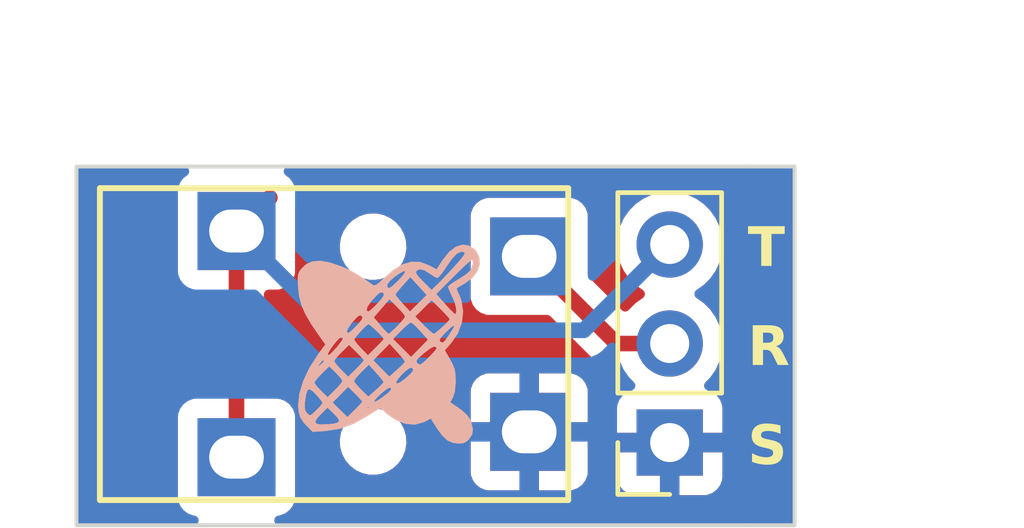
<source format=kicad_pcb>
(kicad_pcb (version 20221018) (generator pcbnew)
  (title_block (title "3.5mm-TRS-Jack-chan") (date "2023-11-17") (rev "20231117") (company "Kinoshita Laboratory"))
  (layers (0 "F.Cu" signal) (31 "B.Cu" signal) (34 "B.Paste" user) (35 "F.Paste" user) (36 "B.SilkS" user "B.Silkscreen") (37 "F.SilkS" user "F.Silkscreen") (38 "B.Mask" user) (39 "F.Mask" user) (44 "Edge.Cuts" user))
  (net 0 "")
  (footprint "my_footprint:3.5mm_Stereo_TRS_PJ-3210-4A_and_ST-005-G" (layer "F.Cu") (at 123.0275 67.8275)
    (fp_text reference "J1" hide)
    (fp_text value "AudioJack3" hide)
    (fp_line (start 0 -4) (end 0 4) (stroke (width 0.15)) (layer "F.SilkS"))
    (fp_line (start 0 -4) (end 12 -4) (stroke (width 0.15)) (layer "F.SilkS"))
    (fp_line (start 12 -4) (end 12 4) (stroke (width 0.15)) (layer "F.SilkS"))
    (fp_line (start 12 4) (end 0 4) (stroke (width 0.15)) (layer "F.SilkS"))
    (pad "" np_thru_hole circle (at 7 -2.5) (size 1.2 1.2) (drill 1.2) (layers "*.Cu" "*.Mask"))
    (pad "" np_thru_hole circle (at 7 2.5) (size 1.2 1.2) (drill 1.2) (layers "*.Cu" "*.Mask"))
    (pad "R" thru_hole rect (at 11 -2.25) (size 2 2) (drill oval 1.4 1.1) (layers "*.Cu" "*.Mask"))
    (pad "S" thru_hole rect (at 11 2.25) (size 2 2) (drill oval 1.4 1.1) (layers "*.Cu" "*.Mask"))
    (pad "T" thru_hole rect (at 3.5 -2.9) (size 2 2) (drill oval 1.4 1.1) (layers "*.Cu" "*.Mask"))
    (pad "T" thru_hole rect (at 3.5 2.9) (size 2 2) (drill oval 1.4 1.1) (layers "*.Cu" "*.Mask"))
  )
  (footprint "Connector_PinSocket_2.54mm:PinSocket_1x03_P2.54mm_Vertical" (layer "F.Cu") (at 137.6275 70.3525 180)
    (fp_text reference "J2" hide)
    (fp_text value "Conn_01x03_Pin" hide)
    (fp_line (start -1.33 1.27) (end -1.33 6.41) (stroke (width 0.12)) (layer "F.SilkS"))
    (fp_line (start -1.33 1.27) (end 1.33 1.27) (stroke (width 0.12)) (layer "F.SilkS"))
    (fp_line (start -1.33 6.41) (end 1.33 6.41) (stroke (width 0.12)) (layer "F.SilkS"))
    (fp_line (start 0 -1.33) (end 1.33 -1.33) (stroke (width 0.12)) (layer "F.SilkS"))
    (fp_line (start 1.33 -1.33) (end 1.33 0) (stroke (width 0.12)) (layer "F.SilkS"))
    (fp_line (start 1.33 1.27) (end 1.33 6.41) (stroke (width 0.12)) (layer "F.SilkS"))
    (pad "1" thru_hole rect (at 0 0 180) (size 1.7 1.7) (drill 1) (layers "*.Cu" "*.Mask"))
    (pad "2" thru_hole oval (at 0 2.54 180) (size 1.7 1.7) (drill 1) (layers "*.Cu" "*.Mask"))
    (pad "3" thru_hole oval (at 0 5.08 180) (size 1.7 1.7) (drill 1) (layers "*.Cu" "*.Mask"))
  )
  (footprint "my_footprint:kinoshita-logo_simplified_600dpi" (layer "B.Cu") (at 130.4275 67.8198 -90)
    (fp_text reference "G***" hide)
    (fp_text value "LOGO" hide)
    (fp_poly (pts (xy -1.571861 2.325303) (xy -1.455546 2.319804) (xy -1.217827 2.292772) (xy -0.992627 2.232784) (xy -0.761419 2.13211) (xy -0.505671 1.983021) (xy -0.277801 1.828553) (xy 0.015898 1.620546) (xy 0.10094 1.68315) (xy 0.423333 1.68315) (xy 0.434745 1.653685) (xy 0.476674 1.681563) (xy 0.533188 1.741663) (xy 0.586821 1.803936) (xy 0.580664 1.810615) (xy 0.518583 1.773813) (xy 0.447463 1.719302) (xy 0.423333 1.68315) (xy 0.10094 1.68315) (xy 0.26513 1.804019) (xy 0.606403 2.024357) (xy 1.164747 2.024357) (xy 1.217038 1.943486) (xy 1.30011 1.860074) (xy 1.402471 1.76966) (xy 1.481926 1.709107) (xy 1.513769 1.693333) (xy 1.560947 1.721333) (xy 1.643959 1.793198) (xy 1.707068 1.855056) (xy 1.796903 1.949796) (xy 1.83422 2.006475) (xy 1.82583 2.047432) (xy 1.779876 2.093802) (xy 1.714514 2.137597) (xy 1.629787 2.154074) (xy 1.497719 2.147353) (xy 1.451203 2.142199) (xy 1.277211 2.115091) (xy 1.183265 2.078684) (xy 1.164747 2.024357) (xy 0.606403 2.024357) (xy 0.608947 2.025999) (xy 0.952148 2.188349) (xy 1.283016 2.28705) (xy 1.589831 2.318084) (xy 1.731358 2.306851) (xy 1.884556 2.264667) (xy 2.019231 2.176922) (xy 2.088657 2.112303) (xy 2.254494 1.946466) (xy 2.234321 1.618816) (xy 2.177567 1.261691) (xy 2.048885 0.904385) (xy 1.843975 0.535328) (xy 1.815982 0.492592) (xy 1.734166 0.365388) (xy 1.675138 0.26579) (xy 1.651067 0.214396) (xy 1.650999 0.213404) (xy 1.679274 0.165434) (xy 1.740576 0.101811) (xy 1.812201 0.019516) (xy 1.899141 -0.104439) (xy 1.951846 -0.1905) (xy 2.050122 -0.432624) (xy 2.069045 -0.672483) (xy 2.008021 -0.899112) (xy 1.992064 -0.931045) (xy 1.913344 -1.078924) (xy 2.160302 -1.235071) (xy 2.351603 -1.37188) (xy 2.473318 -1.502398) (xy 2.537384 -1.643184) (xy 2.555426 -1.783074) (xy 2.54519 -1.913818) (xy 2.493303 -2.007233) (xy 2.436494 -2.061902) (xy 2.328678 -2.134642) (xy 2.216267 -2.152371) (xy 2.149738 -2.146194) (xy 1.977396 -2.102443) (xy 1.8338 -2.013121) (xy 1.697888 -1.863164) (xy 1.640336 -1.781908) (xy 1.500999 -1.575005) (xy 1.374916 -1.643791) (xy 1.226489 -1.691362) (xy 1.009889 -1.712604) (xy 0.9525 -1.713538) (xy 0.776249 -1.708298) (xy 0.643591 -1.684289) (xy 0.513868 -1.631142) (xy 0.41051 -1.575291) (xy 0.164853 -1.436081) (xy -0.025755 -1.603861) (xy -0.271711 -1.771122) (xy -0.54503 -1.872356) (xy -0.827792 -1.904335) (xy -1.102079 -1.863827) (xy -1.221707 -1.819404) (xy -1.33193 -1.770466) (xy -1.404428 -1.740307) (xy -1.418749 -1.735667) (xy -1.44432 -1.769382) (xy -1.498377 -1.857147) (xy -1.559069 -1.962147) (xy -1.697795 -2.146899) (xy -1.863239 -2.270905) (xy -2.041276 -2.330169) (xy -2.21778 -2.320696) (xy -2.378624 -2.238492) (xy -2.416257 -2.20459) (xy -2.468735 -2.126494) (xy -2.159 -2.126494) (xy -2.126271 -2.158725) (xy -2.046984 -2.157267) (xy -1.949491 -2.127888) (xy -1.862146 -2.076357) (xy -1.847624 -2.063138) (xy -1.773234 -1.972263) (xy -1.684102 -1.840736) (xy -1.627298 -1.745681) (xy -1.554633 -1.627933) (xy -1.49258 -1.547622) (xy -1.4605 -1.52422) (xy -1.401606 -1.542238) (xy -1.295288 -1.588427) (xy -1.209909 -1.630011) (xy -1.06913 -1.689282) (xy -0.934384 -1.726049) (xy -0.826795 -1.736881) (xy -0.767486 -1.718347) (xy -0.762 -1.702751) (xy -0.790984 -1.662313) (xy -0.465667 -1.662313) (xy -0.458411 -1.680068) (xy -0.427647 -1.672988) (xy -0.359879 -1.634085) (xy -0.24161 -1.556374) (xy -0.177692 -1.513231) (xy -0.072415 -1.435692) (xy -0.030056 -1.382678) (xy -0.039254 -1.338078) (xy -0.046997 -1.327882) (xy -0.084366 -1.301613) (xy -0.134542 -1.316592) (xy -0.214354 -1.381283) (xy -0.282055 -1.446094) (xy -0.379297 -1.547032) (xy -0.445862 -1.626652) (xy -0.465667 -1.662313) (xy -0.790984 -1.662313) (xy -0.791684 -1.661337) (xy -0.870569 -1.58039) (xy -0.983403 -1.47528) (xy -1.019907 -1.442817) (xy -1.277813 -1.215798) (xy -1.718407 -1.654893) (xy -1.873818 -1.811875) (xy -2.00519 -1.948579) (xy -2.101922 -2.053657) (xy -2.15341 -2.11576) (xy -2.159 -2.126494) (xy -2.468735 -2.126494) (xy -2.518044 -2.053115) (xy -2.540026 -1.888405) (xy -2.527418 -1.849557) (xy -2.36305 -1.849557) (xy -2.354834 -1.927533) (xy -2.331217 -1.949642) (xy -2.283084 -1.934477) (xy -2.200127 -1.875466) (xy -2.072038 -1.766041) (xy -1.999959 -1.701347) (xy -1.843403 -1.557626) (xy -1.693286 -1.416388) (xy -1.571878 -1.298738) (xy -1.525406 -1.251723) (xy -1.380517 -1.100814) (xy -1.118796 -1.100814) (xy -0.888928 -1.333574) (xy -0.7765 -1.444022) (xy -0.686559 -1.526106) (xy -0.635488 -1.565028) (xy -0.631255 -1.566334) (xy -0.590076 -1.537581) (xy -0.511124 -1.462861) (xy -0.428725 -1.376779) (xy -0.336278 -1.27128) (xy -0.272942 -1.189046) (xy -0.257253 -1.159259) (xy 0.069051 -1.159259) (xy 0.080297 -1.217195) (xy 0.120506 -1.227667) (xy 0.163428 -1.199617) (xy 0.247093 -1.125879) (xy 0.353846 -1.022066) (xy 0.359872 -1.01596) (xy 0.467549 -0.903164) (xy 0.522394 -0.831596) (xy 0.533066 -0.784283) (xy 0.508221 -0.74425) (xy 0.501809 -0.737667) (xy 0.462442 -0.70904) (xy 0.419915 -0.715397) (xy 0.358882 -0.766382) (xy 0.263995 -0.871642) (xy 0.235169 -0.905244) (xy 0.12113 -1.053995) (xy 0.069051 -1.159259) (xy -0.257253 -1.159259) (xy -0.254 -1.153083) (xy -0.282106 -1.108809) (xy -0.356305 -1.023409) (xy -0.46142 -0.914189) (xy -0.477714 -0.898007) (xy -0.701427 -0.677073) (xy -0.910111 -0.888944) (xy -1.118796 -1.100814) (xy -1.380517 -1.100814) (xy -1.378644 -1.098864) (xy -1.596814 -0.880695) (xy -1.714353 -0.768062) (xy -1.791397 -0.709996) (xy -1.843352 -0.697475) (xy -1.878864 -0.715542) (xy -1.916019 -0.797713) (xy -1.885398 -0.920025) (xy -1.789087 -1.074789) (xy -1.777154 -1.090191) (xy -1.718215 -1.179941) (xy -1.693337 -1.247255) (xy -1.693334 -1.247736) (xy -1.726943 -1.292444) (xy -1.81629 -1.366319) (xy -1.944156 -1.455565) (xy -1.986795 -1.48286) (xy -2.18768 -1.622605) (xy -2.311691 -1.743136) (xy -2.36305 -1.849557) (xy -2.527418 -1.849557) (xy -2.484585 -1.717582) (xy -2.354094 -1.54777) (xy -2.150933 -1.386093) (xy -2.140827 -1.379575) (xy -1.906361 -1.229589) (xy -2.011514 -1.031823) (xy -2.095691 -0.803577) (xy -2.102448 -0.575985) (xy -2.095377 -0.553213) (xy -1.7145 -0.553213) (xy -1.251748 -0.975573) (xy -1.038624 -0.760232) (xy -0.850262 -0.569909) (xy -0.550349 -0.569909) (xy -0.520787 -0.618045) (xy -0.443083 -0.702918) (xy -0.333736 -0.806585) (xy -0.328099 -0.811615) (xy -0.105834 -1.009396) (xy 0.116912 -0.791404) (xy 0.334366 -0.578592) (xy 0.608058 -0.578592) (xy 0.610957 -0.588014) (xy 0.649905 -0.627076) (xy 0.700526 -0.618648) (xy 0.775526 -0.555602) (xy 0.884328 -0.434656) (xy 0.985415 -0.302079) (xy 1.021637 -0.217396) (xy 1.013842 -0.192576) (xy 0.965332 -0.197207) (xy 0.884025 -0.250405) (xy 0.788782 -0.333655) (xy 0.698465 -0.428446) (xy 0.631936 -0.516263) (xy 0.608058 -0.578592) (xy 0.334366 -0.578592) (xy 0.339658 -0.573413) (xy 0.106899 -0.340653) (xy -0.125861 -0.107894) (xy -0.338097 -0.316939) (xy -0.443546 -0.426643) (xy -0.519526 -0.516833) (xy -0.550281 -0.568728) (xy -0.550349 -0.569909) (xy -0.850262 -0.569909) (xy -0.8255 -0.54489) (xy -1.030679 -0.357112) (xy -1.139303 -0.261498) (xy -1.223438 -0.194432) (xy -1.263513 -0.17096) (xy -1.306734 -0.198072) (xy -1.393282 -0.267533) (xy -1.502834 -0.3629) (xy -1.7145 -0.553213) (xy -2.095377 -0.553213) (xy -2.053783 -0.419282) (xy -1.867916 -0.419282) (xy -1.827574 -0.416073) (xy -1.742169 -0.356435) (xy -1.616884 -0.241263) (xy -1.594354 -0.218625) (xy -1.48801 -0.10515) (xy -1.437115 -0.032802) (xy -1.435844 -0.017118) (xy -1.144124 -0.017118) (xy -0.94407 -0.220226) (xy -0.836825 -0.323125) (xy -0.749421 -0.396194) (xy -0.701546 -0.423334) (xy -0.651807 -0.395566) (xy -0.562713 -0.322865) (xy -0.456538 -0.223842) (xy -0.354187 -0.119343) (xy -0.281367 -0.037958) (xy -0.269972 -0.021167) (xy -0.005595 -0.021167) (xy 0.211822 -0.22225) (xy 0.323494 -0.32143) (xy 0.411327 -0.39188) (xy 0.457139 -0.419068) (xy 0.458036 -0.419026) (xy 0.499186 -0.387526) (xy 0.577857 -0.309692) (xy 0.665475 -0.215096) (xy 0.821774 -0.04044) (xy 1.120663 -0.04044) (xy 1.154132 -0.06561) (xy 1.203101 -0.042535) (xy 1.276909 0.036694) (xy 1.384896 0.17999) (xy 1.391081 0.188588) (xy 1.459829 0.292313) (xy 1.495139 0.362171) (xy 1.493111 0.381) (xy 1.43693 0.351879) (xy 1.354051 0.278388) (xy 1.262862 0.181328) (xy 1.181746 0.081506) (xy 1.129091 -0.000276) (xy 1.120663 -0.04044) (xy 0.821774 -0.04044) (xy 0.844117 -0.015473) (xy 0.633725 0.191755) (xy 0.423333 0.398984) (xy 0.208869 0.188908) (xy -0.005595 -0.021167) (xy -0.269972 -0.021167) (xy -0.254 0.002365) (xy -0.28393 0.041256) (xy -0.362187 0.116873) (xy -0.46562 0.20752) (xy -0.67724 0.38596) (xy -1.144124 -0.017118) (xy -1.435844 -0.017118) (xy -1.433397 0.013047) (xy -1.451184 0.034601) (xy -1.519687 0.040267) (xy -1.615488 -0.028948) (xy -1.734248 -0.169392) (xy -1.792675 -0.252836) (xy -1.858011 -0.365168) (xy -1.867916 -0.419282) (xy -2.053783 -0.419282) (xy -2.030405 -0.344007) (xy -1.878181 -0.102603) (xy -1.702446 0.095934) (xy -1.637958 0.16487) (xy -1.322087 0.16487) (xy -1.308998 0.144147) (xy -1.272919 0.120161) (xy -1.221402 0.134258) (xy -1.139015 0.194401) (xy -1.036203 0.284931) (xy -0.927794 0.390146) (xy -0.851625 0.476899) (xy -0.827186 0.520296) (xy -0.508 0.520296) (xy -0.480454 0.476307) (xy -0.411332 0.395869) (xy -0.320912 0.299921) (xy -0.229469 0.209404) (xy -0.15728 0.145259) (xy -0.127178 0.127) (xy -0.087295 0.154919) (xy -0.006416 0.228082) (xy 0.096999 0.329697) (xy 0.272052 0.507424) (xy 0.532139 0.507424) (xy 0.742319 0.319109) (xy 0.852937 0.223249) (xy 0.938856 0.154779) (xy 0.980652 0.128897) (xy 1.021172 0.157241) (xy 1.098606 0.232952) (xy 1.183137 0.325052) (xy 1.35747 0.523105) (xy 1.351522 0.529166) (xy 1.608666 0.529166) (xy 1.629833 0.508) (xy 1.651 0.529166) (xy 1.629833 0.550333) (xy 1.608666 0.529166) (xy 1.351522 0.529166) (xy 1.17792 0.706052) (xy 1.075356 0.803351) (xy 0.991881 0.869704) (xy 0.9525 0.889) (xy 0.900844 0.860762) (xy 0.812067 0.787217) (xy 0.719383 0.698212) (xy 0.532139 0.507424) (xy 0.272052 0.507424) (xy 0.296648 0.532395) (xy 0.110011 0.715566) (xy 0.00598 0.809304) (xy -0.077639 0.869615) (xy -0.117858 0.883285) (xy -0.174789 0.845798) (xy -0.263076 0.772237) (xy -0.361178 0.682645) (xy -0.447552 0.597066) (xy -0.500653 0.535542) (xy -0.508 0.520296) (xy -0.827186 0.520296) (xy -0.823154 0.527454) (xy -0.823344 0.529166) (xy -0.864306 0.570773) (xy -0.950738 0.547402) (xy -1.076853 0.461466) (xy -1.161062 0.388382) (xy -1.269006 0.282843) (xy -1.319523 0.213552) (xy -1.322087 0.16487) (xy -1.637958 0.16487) (xy -1.577838 0.229135) (xy -1.511194 0.319652) (xy -1.495171 0.378685) (xy -1.503482 0.39938) (xy -1.677539 0.653708) (xy -1.741975 0.756029) (xy -0.727972 0.756029) (xy -0.726367 0.709108) (xy -0.716223 0.69435) (xy -0.678771 0.669992) (xy -0.625485 0.686651) (xy -0.53994 0.752373) (xy -0.470778 0.814569) (xy -0.368586 0.915022) (xy -0.297798 0.996605) (xy -0.286977 1.016) (xy 0.024705 1.016) (xy 0.211666 0.8255) (xy 0.312377 0.726544) (xy 0.38934 0.657668) (xy 0.423155 0.635) (xy 0.463038 0.662919) (xy 0.543918 0.736082) (xy 0.647332 0.837697) (xy 0.846947 1.04036) (xy 1.100677 1.04036) (xy 1.278819 0.858847) (xy 1.377155 0.762514) (xy 1.451595 0.696695) (xy 1.481666 0.677333) (xy 1.52189 0.705241) (xy 1.602222 0.777992) (xy 1.693333 0.867833) (xy 1.880294 1.058333) (xy 1.693178 1.248991) (xy 1.506061 1.439649) (xy 1.303369 1.240004) (xy 1.100677 1.04036) (xy 0.846947 1.04036) (xy 0.846982 1.040395) (xy 0.665305 1.218697) (xy 0.561857 1.313758) (xy 0.478861 1.378441) (xy 0.441128 1.397) (xy 0.391289 1.368815) (xy 0.303867 1.295408) (xy 0.211666 1.2065) (xy 0.024705 1.016) (xy -0.286977 1.016) (xy -0.275167 1.037166) (xy -0.301887 1.077791) (xy -0.380307 1.054523) (xy -0.507815 0.968422) (xy -0.571592 0.916948) (xy -0.679701 0.820197) (xy -0.727972 0.756029) (xy -1.741975 0.756029) (xy -1.807772 0.860508) (xy -1.904581 1.03728) (xy -1.974651 1.192331) (xy -1.978374 1.20304) (xy -0.163299 1.20304) (xy -0.14169 1.171801) (xy -0.101599 1.18529) (xy -0.021368 1.240676) (xy 0.078497 1.320774) (xy 0.177488 1.408398) (xy 0.255101 1.486363) (xy 0.282867 1.524227) (xy 0.575261 1.524227) (xy 0.740722 1.35478) (xy 0.839559 1.261425) (xy 0.919437 1.199881) (xy 0.952277 1.185333) (xy 1.004075 1.213573) (xy 1.092926 1.287109) (xy 1.185221 1.375719) (xy 1.372071 1.566106) (xy 1.370496 1.567719) (xy 1.632464 1.567719) (xy 1.798428 1.397756) (xy 1.904704 1.300082) (xy 1.977139 1.268043) (xy 2.023544 1.306627) (xy 2.051726 1.420821) (xy 2.066319 1.568854) (xy 2.071177 1.751982) (xy 2.050459 1.85618) (xy 1.999747 1.884497) (xy 1.914621 1.839983) (xy 1.810318 1.745573) (xy 1.632464 1.567719) (xy 1.370496 1.567719) (xy 1.206611 1.735553) (xy 1.107773 1.828908) (xy 1.027895 1.890452) (xy 0.995056 1.905) (xy 0.943258 1.87676) (xy 0.854407 1.803224) (xy 0.762111 1.714614) (xy 0.575261 1.524227) (xy 0.282867 1.524227) (xy 0.289277 1.532968) (xy 0.284487 1.566577) (xy 0.223403 1.547584) (xy 0.113354 1.479255) (xy 0.027254 1.416227) (xy -0.094864 1.317617) (xy -0.155228 1.251116) (xy -0.163299 1.20304) (xy -1.978374 1.20304) (xy -2.079915 1.495062) (xy -2.125864 1.744652) (xy -2.112224 1.948645) (xy -2.03872 2.114585) (xy -1.937099 2.224615) (xy -1.864506 2.280629) (xy -1.795685 2.31287) (xy -1.706261 2.326155) (xy -1.571861 2.325303)) (stroke (width 0.01)) (fill solid) (layer "B.SilkS"))
  )
  (gr_line (start 140.8275 63.2725) (end 140.8275 72.4725) (stroke (width 0.1)) (layer "Edge.Cuts"))
  (gr_line (start 139.6275 72.4725) (end 122.4275 72.4725) (stroke (width 0.1)) (layer "Edge.Cuts"))
  (gr_line (start 122.4275 63.2725) (end 139.6275 63.2725) (stroke (width 0.1)) (layer "Edge.Cuts"))
  (gr_line (start 140.8275 72.4725) (end 139.6275 72.4725) (stroke (width 0.1)) (layer "Edge.Cuts"))
  (gr_line (start 139.6275 63.2725) (end 140.8275 63.2725) (stroke (width 0.1)) (layer "Edge.Cuts"))
  (gr_line (start 122.4275 72.4725) (end 122.4275 63.2725) (stroke (width 0.1)) (layer "Edge.Cuts"))
  (gr_text "T" (at 139.6275 65.9925) (layer "F.SilkS") (effects (font (size 1 1) (thickness 0.2) bold) (justify left bottom)))
  (gr_text "S" (at 139.6275 71.0725) (layer "F.SilkS") (effects (font (size 1 1) (thickness 0.2) bold) (justify left bottom)))
  (gr_text "R" (at 139.6275 68.5325) (layer "F.SilkS") (effects (font (size 1 1) (thickness 0.2) bold) (justify left bottom)))
  (segment (start 126.5275 64.9275) (end 127.3825 64.0725) (width 0.4) (layer "F.Cu") (net 0))
  (segment (start 136.2625 67.8125) (end 137.6275 67.8125) (width 0.4) (layer "F.Cu") (net 0))
  (segment (start 134.0275 65.5775) (end 136.2625 67.8125) (width 0.4) (layer "F.Cu") (net 0))
  (segment (start 126.5275 70.7275) (end 126.5275 64.9275) (width 0.4) (layer "F.Cu") (net 0))
  (segment (start 129.0725 67.4725) (end 135.4275 67.4725) (width 0.4) (layer "B.Cu") (net 0))
  (segment (start 126.5275 64.9275) (end 129.0725 67.4725) (width 0.4) (layer "B.Cu") (net 0))
  (segment (start 135.4275 67.4725) (end 137.6275 65.2725) (width 0.4) (layer "B.Cu") (net 0))
  (zone (net 0) (net_name "") (layer "F.Cu") (connect_pads (clearance 0.5)) (min_thickness 0.25) (fill yes (thermal_gap 0.5) (thermal_bridge_width 0.5))
    (polygon (pts (xy 122.4275 63.2725) (xy 140.8275 63.2725) (xy 140.8275 72.4725) (xy 122.4275 72.4725)))
  )
  (zone (net 0) (net_name "") (layer "B.Cu") (priority 1) (connect_pads (clearance 0.5)) (min_thickness 0.25) (fill yes (thermal_gap 0.5) (thermal_bridge_width 0.5))
    (polygon (pts (xy 122.4275 63.2725) (xy 140.8275 63.2725) (xy 140.8275 72.4725) (xy 122.4275 72.4725)))
  )
)
</source>
